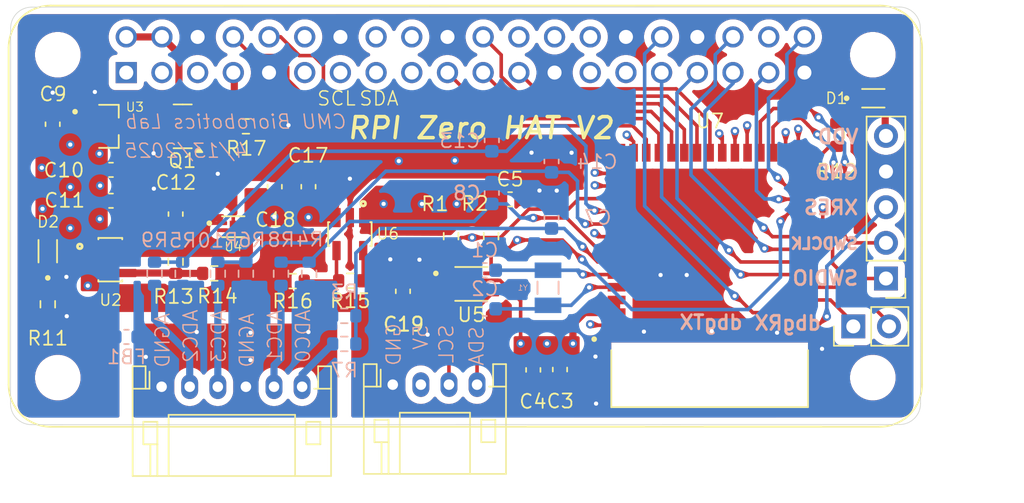
<source format=kicad_pcb>
(kicad_pcb (version 20241229) (generator "pcbnew") (generator_version "9.0")
  (layers (0 "F.Cu" signal) (4 "In1.Cu" power) (6 "In2.Cu" power) (8 "In3.Cu" signal) (10 "In4.Cu" signal) (2 "B.Cu" signal) (13 "F.Paste" user) (15 "B.Paste" user) (5 "F.SilkS" user "F.Silkscreen") (7 "B.SilkS" user "B.Silkscreen") (1 "F.Mask" user) (3 "B.Mask" user) (25 "Edge.Cuts" user))
  (net 0 "")
  (net 1 "GND")
  (net 2 "/SDA")
  (net 3 "/SCL")
  (net 4 "/ADC2_raw")
  (net 5 "/ADC3_raw")
  (net 6 "/ADC1_raw")
  (net 7 "/ADC0_raw")
  (net 8 "/ADC0")
  (net 9 "/ADC1")
  (net 10 "/ADC2")
  (net 11 "/ADC3")
  (net 12 "/SWDCLK")
  (net 13 "/LED1")
  (net 14 "/SWDIO")
  (net 15 "/usbtx")
  (net 16 "/usbrx")
  (net 17 "/GPIO12")
  (net 19 "/GPIO13")
  (net 21 "/GPIO14")
  (net 23 "/5V")
  (net 24 "/reset")
  (net 25 "GNDA")
  (net 26 "Net-(A1-5V[1])")
  (net 27 "/MCUTX")
  (net 28 "/MCURX")
  (net 29 "/VTAG")
  (net 30 "/VOUT")
  (net 31 "/1.8V")
  (net 32 "/SDA1.8")
  (net 33 "/SCL1.8")
  (net 34 "/5V_IN")
  (net 35 "Net-(U2-ADJ)")
  (net 36 "Net-(U6-ADJ)")
  (net 37 "Net-(U7-P0.1)")
  (net 38 "Net-(U7-P0.0)")
  (net 39 "Net-(D1-PadC)")
  (net 40 "Net-(D2-PadC)")
  (net 41 "/XRES")
  (net 42 "/GPIO22")
  (net 43 "/GPIO21")
  (net 44 "/GPIO20")
  (net 45 "/GPIO19")
  (net 46 "/GPIO18")
  (net 47 "/GPIO1")
  (net 48 "/GPIO17")
  (net 49 "/GPIO15")
  (net 50 "/GPIO16")
  (net 51 "/GPIO2")
  (net 52 "/GPIO4")
  (net 53 "/GPIO3")
  (net 54 "/GPIO5")
  (net 55 "/GPIO6")
  (net 56 "/GPIO8")
  (net 57 "/GPIO7")
  (net 58 "/GPIO11")
  (net 59 "/GPIO10")
  (net 60 "/GPIO9")
  (footprint "Connector_JST:JST_PH_S4B-PH-K_1x04_P2.00mm_Horizontal" (layer "F.Cu") (at 99.45 73.9)
    (property "Reference" "J5" (hide yes))
    (property "Value" "Conn_01x04_Pin")
  )
  (footprint "Resistor_SMD:R_0603_1608Metric" (layer "F.Cu") (at 131.05 56.1 -90)
    (property "Reference" "R12")
    (property "Value" "470 ohm")
  )
  (footprint "Package_TO_SOT_SMD:SOT-23" (layer "F.Cu") (at 84.5 55.5 180)
    (property "Reference" "Q1")
    (property "Value" "Si2337DS")
  )
  (footprint "Capacitor_SMD:C_0603_1608Metric" (layer "F.Cu") (at 79.4 58.6)
    (property "Reference" "C10")
    (property "Value" "4.7uF")
  )
  (footprint "Resistor_SMD:R_0603_1608Metric" (layer "F.Cu") (at 74.9 68.175 -90)
    (property "Reference" "R11")
    (property "Value" "~")
  )
  (footprint "Capacitor_SMD:C_0603_1608Metric" (layer "F.Cu") (at 91.05 59.8 90)
    (property "Reference" "C18")
    (property "Value" "0.1uF")
  )
  (footprint "Resistor_SMD:R_0603_1608Metric" (layer "F.Cu") (at 92.3275 66.525 180)
    (property "Reference" "R16")
    (property "Value" "160K")
  )
  (footprint "Resistor_SMD:R_0603_1608Metric" (layer "F.Cu") (at 89 55.5 180)
    (property "Reference" "R17")
    (property "Value" "4.7K")
  )
  (footprint "Connector_PinHeader_2.54mm:PinHeader_1x02_P2.54mm_Vertical" (layer "F.Cu") (at 132.225 69.75 90)
    (property "Reference" "J2" (hide yes))
    (property "Value" "Conn_01x02_Pin")
  )
  (footprint "Resistor_SMD:R_0603_1608Metric" (layer "F.Cu") (at 84 65.15 -90)
    (property "Reference" "R13")
    (property "Value" "180K")
  )
  (footprint "Capacitor_SMD:C_0603_1608Metric" (layer "F.Cu") (at 75.25 55.35 90)
    (property "Reference" "C9")
    (property "Value" "0.1uF")
  )
  (footprint "Resistor_SMD:R_0603_1608Metric" (layer "F.Cu") (at 96.425 66.5 180)
    (property "Reference" "R15")
    (property "Value" "200K")
  )
  (footprint "Capacitor_SMD:C_0603_1608Metric" (layer "F.Cu") (at 100.1775 67.25 -90)
    (property "Reference" "C19")
    (property "Value" "4.7uF")
  )
  (footprint "SIP32408DNP-T1-GE4:SON50P120X160X60-5N" (layer "F.Cu") (at 88.1 62.65)
    (property "Reference" "U4")
    (property "Value" "SIP32408DNP-T1-GE4")
  )
  (footprint "Capacitor_SMD:C_0603_1608Metric" (layer "F.Cu") (at 84 61.75 90)
    (property "Reference" "C12")
    (property "Value" "4.7uF")
  )
  (footprint "AP7365-33WG-7:SOT95P285X145-5N" (layer "F.Cu") (at 96.3975 63.175 -90)
    (property "Reference" "U6")
    (property "Value" "AP7365-WG-7")
  )
  (footprint "LTST-C190CKT:LEDSC160X80X90-2N" (layer "F.Cu") (at 133.65 53.5)
    (property "Reference" "D1")
    (property "Value" "LTST-C190CKT")
  )
  (footprint "Connector_PinHeader_2.54mm:PinHeader_1x05_P2.54mm_Vertical" (layer "F.Cu") (at 134.55 66.34 180)
    (property "Reference" "J1" (hide yes))
    (property "Value" "Conn_01x05")
  )
  (footprint "AP7365-33WG-7:SOT95P285X145-5N" (layer "F.Cu") (at 79.347906 65)
    (property "Reference" "U2")
    (property "Value" "AP7365-WG-7")
  )
  (footprint "Resistor_SMD:R_0603_1608Metric" (layer "F.Cu") (at 106.45 63.325 90)
    (property "Reference" "R2")
    (property "Value" "4.7K")
  )
  (footprint "CYBLE-416045-02:XCVR_CYBLE-416045-02" (layer "F.Cu") (at 122 66.25 180)
    (property "Reference" "U7")
    (property "Value" "CYBLE-416045-02")
  )
  (footprint "Capacitor_SMD:C_0603_1608Metric" (layer "F.Cu") (at 109.45 72.85 -90)
    (property "Reference" "C4")
    (property "Value" "0.1u")
  )
  (footprint "RASPBERRYPI-ZERO:RASPBERRYPI-ZERO_RPI-ZERO_1" (layer "F.Cu") (at 104.615 50.4)
    (property "Reference" "A1" (hide yes))
    (property "Value" "RASPBERRYPI-ZERO")
  )
  (footprint "TXS0102DCUR:SOP50P310X90-8N" (layer "F.Cu") (at 105.0425 66.725)
    (property "Reference" "U5")
    (property "Value" "TXS0102DCUR")
  )
  (footprint "Capacitor_SMD:C_0603_1608Metric" (layer "F.Cu") (at 93.45 59.8 90)
    (property "Reference" "C17")
    (property "Value" "4.7uF")
  )
  (footprint "AP2331SA-7:SOT91P240X120-3N" (layer "F.Cu") (at 79.25 55.5)
    (property "Reference" "U3")
    (property "Value" "AP2331SA-7")
  )
  (footprint "Capacitor_SMD:C_0603_1608Metric" (layer "F.Cu") (at 79.4 60.8)
    (property "Reference" "C11")
    (property "Value" "0.1uF")
  )
  (footprint "Capacitor_SMD:C_0603_1608Metric" (layer "F.Cu") (at 107.8 60.7)
    (property "Reference" "C5")
    (property "Value" "10u")
  )
  (footprint "Connector_JST:JST_PH_S6B-PH-K_1x06_P2.00mm_Horizontal" (layer "F.Cu") (at 83 74.05)
    (property "Reference" "J7" (hide yes))
    (property "Value" "Conn_01x06_Pin")
  )
  (footprint "Capacitor_SMD:C_0603_1608Metric" (layer "F.Cu") (at 111.35 72.825 -90)
    (property "Reference" "C3")
    (property "Value" "1.0u")
  )
  (footprint "Resistor_SMD:R_0603_1608Metric" (layer "F.Cu") (at 103.6 63.325 90)
    (property "Reference" "R1")
    (property "Value" "4.7K")
  )
  (footprint "LTST-C190CKT:LEDSC160X80X90-2N" (layer "F.Cu") (at 74.9 64.395 90)
    (property "Reference" "D2")
    (property "Value" "LTST-C190CKT")
  )
  (footprint "Resistor_SMD:R_0603_1608Metric" (layer "F.Cu") (at 86.75 65.975)
    (property "Reference" "R14")
    (property "Value" "57.6K")
  )
  (footprint "Resistor_SMD:R_0603_1608Metric" (layer "B.Cu") (at 87 66 -90)
    (property "Reference" "R10")
    (property "Value" "20K")
  )
  (footprint "ECS-.327-12.5-34B-TR:XTAL_ECS-.327-12.5-34B-TR" (layer "B.Cu") (at 110.5 67 -90)
    (property "Reference" "Y1")
    (property "Value" "ECS-.327-12.5-34B-TR")
  )
  (footprint "Resistor_SMD:R_0603_1608Metric" (layer "B.Cu") (at 84.5 66 90)
    (property "Reference" "R5")
    (property "Value" "10K")
  )
  (footprint "Capacitor_SMD:C_0603_1608Metric" (layer "B.Cu") (at 106.5 60.25 -90)
    (property "Reference" "C8")
    (property "Value" "0.1u")
  )
  (footprint "Resistor_SMD:R_0603_1608Metric" (layer "B.Cu") (at 89 66 90)
    (property "Reference" "R6")
    (property "Value" "10K")
  )
  (footprint "Resistor_SMD:R_0603_1608Metric" (layer "B.Cu") (at 91.5 66 -90)
    (property "Reference" "R8")
    (property "Value" "20K")
  )
  (footprint "Capacitor_SMD:C_0603_1608Metric" (layer "B.Cu") (at 110.75 58 -90)
    (property "Reference" "C14")
    (property "Value" "0.1u")
  )
  (footprint "Resistor_SMD:R_0603_1608Metric" (layer "B.Cu") (at 96 69)
    (property "Reference" "R3")
    (property "Value" "10K")
  )
  (footprint "Capacitor_SMD:C_0603_1608Metric" (layer "B.Cu") (at 106.5 56.5 -90)
    (property "Reference" "C13")
    (property "Value" "0.1u")
  )
  (footprint "Resistor_SMD:R_0603_1608Metric" (layer "B.Cu") (at 93.5 66 90)
    (property "Reference" "R4")
    (property "Value" "10K")
  )
  (footprint "Inductor_SMD:L_0603_1608Metric" (layer "B.Cu") (at 80.5 70.5)
    (property "Reference" "FB1")
    (property "Value" "FerriteBead")
  )
  (footprint "Capacitor_SMD:C_0603_1608Metric" (layer "B.Cu") (at 106 68.5 180)
    (property "Reference" "C2")
    (property "Value" "22pF")
  )
  (footprint "Capacitor_SMD:C_0603_1608Metric" (layer "B.Cu") (at 106 65.75 180)
    (property "Reference" "C1")
    (property "Value" "22pF")
  )
  (footprint "Resistor_SMD:R_0603_1608Metric" (layer "B.Cu") (at 82.5 66 -90)
    (property "Reference" "R9")
    (property "Value" "20K")
  )
  (footprint "Capacitor_SMD:C_0603_1608Metric" (layer "B.Cu") (at 110.75 62 -90)
    (property "Reference" "C7")
    (property "Value" "0.1u")
  )
  (footprint "Resistor_SMD:R_0603_1608Metric" (layer "B.Cu") (at 96 71 180)
    (property "Reference" "R7")
    (property "Value" "20K")
  )
  (gr_line (start 136.99 48.49) (end 137.01 75.25) (stroke (width 0.05)) (layer "Edge.Cuts"))
  (gr_arc (start 72.26 48.5) (mid 72.696411 47.446411) (end 73.75 47.01) (stroke (width 0.05)) (layer "Edge.Cuts"))
  (gr_line (start 73.75 47.01) (end 135.5 47) (stroke (width 0.05)) (layer "Edge.Cuts"))
  (gr_arc (start 137.01 75.25) (mid 136.573589 76.303589) (end 135.52 76.74) (stroke (width 0.05)) (layer "Edge.Cuts"))
  (gr_curve (pts (xy 137 74.5) (xy 137 74.5) (xy 137 74.5) (xy 137 74.5)) (stroke (width 0.05)) (layer "Edge.Cuts"))
  (gr_line (start 135.52 76.74) (end 73.74 76.75) (stroke (width 0.05)) (layer "Edge.Cuts"))
  (gr_line (start 72.25 75.26) (end 72.26 48.5) (stroke (width 0.05)) (layer "Edge.Cuts"))
  (gr_arc (start 73.74 76.75) (mid 72.686411 76.313589) (end 72.25 75.26) (stroke (width 0.05)) (layer "Edge.Cuts"))
  (gr_arc (start 135.5 47) (mid 136.553589 47.436411) (end 136.99 48.49) (stroke (width 0.05)) (layer "Edge.Cuts"))
  (gr_text "SDA" (at 97 54.1 0) (layer "F.SilkS") (effects (font (size 1 1) (thickness 0.1)) (justify left bottom)))
  (gr_text "SCL" (at 94 54.1 0) (layer "F.SilkS") (effects (font (size 1 1) (thickness 0.1)) (justify left bottom)))
  (gr_text "RPI Zero HAT V2" (at 96.1 56.5 0) (layer "F.SilkS") (effects (font (size 1.5 1.5) (thickness 0.25) (bold yes) (italic yes)) (justify left bottom)))
  (gr_text "GND" (at 132.7 59.375 0) (layer "B.SilkS") (effects (font (size 1 1) (thickness 0.2) (bold yes)) (justify left bottom mirror)))
  (gr_text "4/13/2025" (at 89.225 57.825 0) (layer "B.SilkS") (effects (font (size 1 1) (thickness 0.1) (italic yes)) (justify left bottom mirror)))
  (gr_text "CMU Biorobotics Lab" (at 96.275 55.75 -0) (layer "B.SilkS") (effects (font (size 1 1) (thickness 0.1) (italic yes)) (justify left bottom mirror)))
  (gr_text "AGND" (at 83.65 68.725 90) (layer "B.SilkS") (effects (font (size 1 1) (thickness 0.1)) (justify left bottom mirror)))
  (gr_text "XRES" (at 132.675 61.875 0) (layer "B.SilkS") (effects (font (size 1 1) (thickness 0.2) (bold yes)) (justify left bottom mirror)))
  (gr_text "SCL" (at 103.85 69.55 90) (layer "B.SilkS") (effects (font (size 1 1) (thickness 0.1)) (justify left bottom mirror)))
  (gr_text "dbgRX" (at 130.025 70.1 0) (layer "B.SilkS") (effects (font (size 1 1) (thickness 0.2) (bold yes)) (justify left bottom mirror)))
  (gr_text "GND" (at 100.1 69.45 90) (layer "B.SilkS") (effects (font (size 1 1) (thickness 0.1)) (justify left bottom mirror)))
  (gr_text "SWDIO" (at 132.675 66.9 0) (layer "B.SilkS") (effects (font (size 1 1) (thickness 0.2) (bold yes)) (justify left bottom mirror)))
  (gr_text "ADC1" (at 91.65 68.475 90) (layer "B.SilkS") (effects (font (size 1 1) (thickness 0.1)) (justify left bottom mirror)))
  (gr_text "SDA" (at 106 69.675 90) (layer "B.SilkS") (effects (font (size 1 1) (thickness 0.1)) (justify left bottom mirror)))
  (gr_text "ADC2" (at 85.65 68.475 90) (layer "B.SilkS") (effects (font (size 1 1) (thickness 0.1)) (justify left bottom mirror)))
  (gr_text "ADC0" (at 93.65 68.475 90) (layer "B.SilkS") (effects (font (size 1 1) (thickness 0.1)) (justify left bottom mirror)))
  (gr_text "VDD" (at 132.7 56.825 0) (layer "B.SilkS") (effects (font (size 1 1) (thickness 0.2) (bold yes)) (justify left bottom mirror)))
  (gr_text "dbgTX" (at 124.45 70.05 0) (layer "B.SilkS") (effects (font (size 1 1) (thickness 0.2) (bold yes)) (justify left bottom mirror)))
  (gr_text "SWDCLK" (at 132.65 64.325 0) (layer "B.SilkS") (effects (font (size 0.8 0.8) (thickness 0.2) (bold yes)) (justify left bottom mirror)))
  (gr_text "5V" (at 102.025 69.55 90) (layer "B.SilkS") (effects (font (size 1 1) (thickness 0.1)) (justify left bottom mirror)))
  (gr_text "ADC3" (at 87.65 68.475 90) (layer "B.SilkS") (effects (font (size 1 1) (thickness 0.1)) (justify left bottom mirror)))
  (gr_text "AGND" (at 89.65 68.725 90) (layer "B.SilkS") (effects (font (size 1 1) (thickness 0.1)) (justify left bottom mirror)))
  (segment (start 87.305 62.9) (end 87.85 62.9) (width 0.254) (layer "F.Cu") (net 1))
  (segment (start 103.6375 66.475) (end 101.95 66.475) (width 0.2) (layer "F.Cu") (net 1))
  (segment (start 88.1 62.65) (end 88.1 61.35) (width 0.254) (layer "F.Cu") (net 1))
  (segment (start 101.35 65.875) (end 101.35 65) (width 0.2) (layer "F.Cu") (net 1))
  (segment (start 101.95 66.475) (end 101.35 65.875) (width 0.2) (layer "F.Cu") (net 1))
  (segment (start 88.1 61.35) (end 88.1 60.82) (width 0.254) (layer "F.Cu") (net 1))
  (segment (start 87.85 62.9) (end 88.1 62.65) (width 0.254) (layer "F.Cu") (net 1))
  (via (at 75.25 53.1) (size 0.6) (drill 0.3) (layers "F.Cu" "B.Cu") (net 1))
  (via (at 99.275 64.975) (size 0.6) (drill 0.3) (layers "F.Cu" "B.Cu") (net 1))
  (via (at 122.15 70.09) (size 0.6) (drill 0.3) (layers "F.Cu" "B.Cu") (net 1))
  (via (at 112.175 57.38) (size 0.6) (drill 0.3) (layers "F.Cu" "B.Cu") (net 1))
  (via (at 103.87 57.93) (size 0.6) (drill 0.3) (layers "F.Cu" "B.Cu") (net 1))
  (via (at 109.325 57.375) (size 0.6) (drill 0.3) (layers "F.Cu" "B.Cu") (net 1))
  (via (at 101.93 70.34) (size 0.6) (drill 0.3) (layers "F.Cu" "B.Cu") (net 1))
  (via (at 113.92 75.25) (size 0.6) (drill 0.3) (layers "F.Cu" "B.Cu") (net 1))
  (via (at 82.45 59.94) (size 0.6) (drill 0.3) (layers "F.Cu" "B.Cu") (net 1))
  (via (at 99.88 57.97) (size 0.6) (drill 0.3) (layers "F.Cu" "B.Cu") (net 1))
  (via (at 111.12 60.08) (size 0.6) (drill 0.3) (layers "F.Cu" "B.Cu") (net 1))
  (via (at 118.51 66.09) (size 0.6) (drill 0.3) (layers "F.Cu" "B.Cu") (net 1))
  (via (at 78.25 53.05) (size 0.6) (drill 0.3) (layers "F.Cu" "B.Cu") (net 1))
  (via (at 113.875 71.9) (size 0.6) (drill 0.3) (layers "F.Cu" "B.Cu") (net 1))
  (via (at 130 71.35) (size 0.6) (drill 0.3) (layers "F.Cu" "B.Cu") (net 1))
  (via (at 117.325 70.125) (size 0.6) (drill 0.3) (layers "F.Cu" "B.Cu") (net 1))
  (via (at 120.37 66.09) (size 0.6) (drill 0.3) (layers "F.Cu" "B.Cu") (net 1))
  (via (at 109.89 60.074) (size 0.6) (drill 0.3) (layers "F.Cu" "B.Cu") (net 1))
  (via (at 76.25 69.025) (size 0.6) (drill 0.3) (layers "F.Cu" "B.Cu") (net 1))
  (via (at 101.35 65) (size 0.6) (drill 0.3) (layers "F.Cu" "B.Cu") (net 1))
  (via (at 126.8 70.2) (size 0.6) (drill 0.3) (layers "F.Cu" "B.Cu") (net 1))
  (via (at 87 58.88) (size 0.6) (drill 0.3) (layers "F.Cu" "B.Cu") (net 1))
  (via (at 92.03 55.42) (size 0.6) (drill 0.3) (layers "F.Cu" "B.Cu") (net 1))
  (via (at 96.4 59.23) (size 0.6) (drill 0.3) (layers "F.Cu" "B.Cu") (net 1))
  (via (at 82.43 57.42) (size 0.6) (drill 0.3) (layers "F.Cu" "B.Cu") (net 1))
  (via (at 76.225 66.225) (size 0.6) (drill 0.3) (layers "F.Cu" "B.Cu") (net 1))
  (segment (start 107.75 64.15) (end 106.45 64.15) (width 0.254) (layer "F.Cu") (net 2))
  (segment (start 127.76 61.55) (end 128.62 61.55) (width 0.254) (layer "F.Cu") (net 2))
  (segment (start 108.3 63.6) (end 111.525 63.6) (width 0.254) (layer "F.Cu") (net 2))
  (segment (start 108.3 63.6) (end 107.75 64.15) (width 0.254) (layer "F.Cu") (net 2))
  (segment (start 106.45 64.15) (end 106.45 65.9725) (width 0.254) (layer "F.Cu") (net 2))
  (segment (start 106.45 65.9725) (end 106.4475 65.975) (width 0.254) (layer "F.Cu") (net 2))
  (segment (start 111.525 63.6) (end 112.9125 64.9875) (width 0.254) (layer "F.Cu") (net 2))
  (segment (start 127.04 62.27) (end 127.76 61.55) (width 0.254) (layer "F.Cu") (net 2))
  (via (at 127.04 62.27) (size 0.6) (drill 0.3) (layers "F.Cu" "B.Cu") (net 2))
  (via (at 112.9125 64.9875) (size 0.6) (drill 0.3) (layers "F.Cu" "B.Cu") (net 2))
  (via (at 108.3 63.6) (size 0.6) (drill 0.3) (layers "F.Cu" "B.Cu") (net 2))
  (segment (start 124.73 68.55) (end 116.475 68.55) (width 0.254) (layer "B.Cu") (net 2))
  (segment (start 127.04 66.24) (end 124.73 68.55) (width 0.254) (layer "B.Cu") (net 2))
  (segment (start 116.475 68.55) (end 112.9125 64.9875) (width 0.254) (layer "B.Cu") (net 2))
  (segment (start 127.04 62.27) (end 127.04 66.24) (width 0.254) (layer "B.Cu") (net 2))
  (segment (start 105.1 63.422) (end 104.328 63.422) (width 0.254) (layer "F.Cu") (net 3))
  (segment (start 104.328 63.422) (end 103.6 64.15) (width 0.254) (layer "F.Cu") (net 3))
  (segment (start 112.7 60.65) (end 115.38 60.65) (width 0.254) (layer "F.Cu") (net 3))
  (segment (start 109.141294 61.397) (end 111.953 61.397) (width 0.254) (layer "F.Cu") (net 3))
  (segment (start 105.1 63.422) (end 105.2 63.422) (width 0.254) (layer "F.Cu") (net 3))
  (segment (start 105.1 63.422) (end 107.116294 63.422) (width 0.254) (layer "F.Cu") (net 3))
  (segment (start 103.6 64.15) (end 103.6 65.2) (width 0.254) (layer "F.Cu") (net 3))
  (segment (start 111.953 61.397) (end 112.7 60.65) (width 0.254) (layer "F.Cu") (net 3))
  (segment (start 107.116294 63.422) (end 109.141294 61.397) (width 0.254) (layer "F.Cu") (net 3))
  (segment (start 103.6 65.2) (end 103.6 65.9375) (width 0.254) (layer "F.Cu") (net 3))
  (segment (start 103.6 65.9375) (end 103.6375 65.975) (width 0.254) (layer "F.Cu") (net 3))
  (via (at 105.1 63.422) (size 0.6) (drill 0.3) (layers "F.Cu" "B.Cu") (net 3))
  (segment (start 82.5 69.25) (end 82.5 66.825) (width 0.508) (layer "B.Cu") (net 4))
  (segment (start 85 71.75) (end 82.5 69.25) (width 0.508) (layer "B.Cu") (net 4))
  (segment (start 85 74.05) (end 85 71.75) (width 0.508) (layer "B.Cu") (net 4))
  (segment (start 87 74.05) (end 87 66.825) (width 0.508) (layer "B.Cu") (net 5))
  (segment (start 91 72.525) (end 91.5 72.025) (width 0.508) (layer "B.Cu") (net 6))
  (segment (start 91 74.05) (end 91 72.525) (width 0.508) (layer "B.Cu") (net 6))
  (segment (start 91.5 72.025) (end 91.5 66.825) (width 0.508) (layer "B.Cu") (net 6))
  (segment (start 93 73.175) (end 95.175 71) (width 0.508) (layer "B.Cu") (net 7))
  (segment (start 93 74.05) (end 93 73.175) (width 0.508) (layer "B.Cu") (net 7))
  (segment (start 112.95 64.075) (end 114.035 65.16) (width 0.254) (layer "F.Cu") (net 8))
  (segment (start 114.035 65.16) (end 115.38 65.16) (width 0.254) (layer "F.Cu") (net 8))
  (via (at 112.95 64.075) (size 0.6) (drill 0.3) (layers "F.Cu" "B.Cu") (net 8))
  (segment (start 111.65 62.775) (end 110.75 62.775) (width 0.254) (layer "B.Cu") (net 8))
  (segment (start 96.825 69) (end 96.825 71) (width 0.254) (layer "B.Cu") (net 8))
  (segment (start 98.575 62.775) (end 96.825 64.525) (width 0.254) (layer "B.Cu") (net 8))
  (segment (start 96.825 64.525) (end 96.825 69) (width 0.254) (layer "B.Cu") (net 8))
  (segment (start 110.75 62.775) (end 98.575 62.775) (width 0.254) (layer "B.Cu") (net 8))
  (segment (start 112.95 64.075) (end 111.65 62.775) (width 0.254) (layer "B.Cu") (net 8))
  (segment (start 109.45 62.025) (end 111.825 62.025) (width 0.254) (layer "F.Cu") (net 9))
  (segment (start 114.06 64.26) (end 115.38 64.26) (width 0.254) (layer "F.Cu") (net 9))
  (segment (start 111.825 62.025) (end 114.06 64.26) (width 0.254) (layer "F.Cu") (net 9))
  (via (at 109.45 62.025) (size 0.6) (drill 0.3) (layers "F.Cu" "B.Cu") (net 9))
  (segment (start 91.5 65.175) (end 93.5 65.175) (width 0.254) (layer "B.Cu") (net 9))
  (segment (start 96.4 62.275) (end 93.5 65.175) (width 0.254) (layer "B.Cu") (net 9))
  (segment (start 105.25 62.275) (end 96.4 62.275) (width 0.254) (layer "B.Cu") (net 9))
  (segment (start 109.45 62.025) (end 108.55 62.025) (width 0.254) (layer "B.Cu") (net 9))
  (segment (start 108.55 62.025) (end 107.55 61.025) (width 0.254) (layer "B.Cu") (net 9))
  (segment (start 107.55 61.025) (end 106.5 61.025) (width 0.254) (layer "B.Cu") (net 9))
  (segment (start 106.5 61.025) (end 105.25 62.275) (width 0.254) (layer "B.Cu") (net 9))
  (segment (start 113.75 61.55) (end 115.38 61.55) (width 0.254) (layer "F.Cu") (net 10))
  (via (at 113.8 61.5) (size 0.6) (drill 0.3) (layers "F.Cu" "B.Cu") (net 10))
  (segment (start 92.4 57.275) (end 84.5 65.175) (width 0.254) (layer "B.Cu") (net 10))
  (segment (start 107.55 57.275) (end 106.5 57.275) (width 0.254) (layer "B.Cu") (net 10))
  (segment (start 82.5 65.175) (end 84.5 65.175) (width 0.254) (layer "B.Cu") (net 10))
  (segment (start 109.35 55.475) (end 107.55 57.275) (width 0.254) (layer "B.Cu") (net 10))
  (segment (start 113.75 61.55) (end 113.2 61) (width 0.254) (layer "B.Cu") (net 10))
  (segment (start 106.5 57.275) (end 92.4 57.275) (width 0.254) (layer "B.Cu") (net 10))
  (segment (start 111.775 55.475) (end 109.35 55.475) (width 0.254) (layer "B.Cu") (net 10))
  (segment (start 113.2 61) (end 113.2 56.9) (width 0.254) (layer "B.Cu") (net 10))
  (segment (start 113.2 56.9) (end 111.775 55.475) (width 0.254) (layer "B.Cu") (net 10))
  (segment (start 113.143356 62.456644) (end 113.656644 62.456644) (width 0.254) (layer "F.Cu") (net 11))
  (segment (start 113.66 62.46) (end 115.38 62.46) (width 0.254) (layer "F.Cu") (net 11))
  (segment (start 113.656644 62.456644) (end 113.66 62.46) (width 0.254) (layer "F.Cu") (net 11))
  (via (at 113.143356 62.456644) (size 0.6) (drill 0.3) (layers "F.Cu" "B.Cu") (net 11))
  (segment (start 111.975 58.775) (end 110.75 58.775) (width 0.254) (layer "B.Cu") (net 11))
  (segment (start 90.375 63.8) (end 89 65.175) (width 0.254) (layer "B.Cu") (net 11))
  (segment (start 87 65.175) (end 89 65.175) (width 0.254) (layer "B.Cu") (net 11))
  (segment (start 110.75 58.775) (end 110.672 58.697) (width 0.254) (layer "B.Cu") (net 11))
  (segment (start 112.6 62) (end 112.6 59.4) (width 0.254) (layer "B.Cu") (net 11))
  (segment (start 113.056644 62.456644) (end 112.6 62) (width 0.254) (layer "B.Cu") (net 11))
  (segment (start 98.953 58.697) (end 93.85 63.8) (width 0.254) (layer "B.Cu") (net 11))
  (segment (start 93.85 63.8) (end 90.375 63.8) (width 0.254) (layer "B.Cu") (net 11))
  (segment (start 113.143356 62.456644) (end 113.056644 62.456644) (width 0.254) (layer "B.Cu") (net 11))
  (segment (start 110.672 58.697) (end 98.953 58.697) (width 0.254) (layer "B.Cu") (net 11))
  (segment (start 112.6 59.4) (end 111.975 58.775) (width 0.254) (layer "B.Cu") (net 11))
  (segment (start 126.54 54.23) (end 125.61 55.16) (width 0.254) (layer "F.Cu") (net 12))
  (segment (start 129.11 54.23) (end 126.54 54.23) (width 0.254) (layer "F.Cu") (net 12))
  (segment (start 131.625 63.35) (end 132.075 63.8) (width 0.254) (layer "F.Cu") (net 12))
  (segment (start 131.625 58.05) (end 131.625 63.35) (width 0.254) (layer "F.Cu") (net 12))
  (segment (start 125.61 55.16) (end 125.61 57.38) (width 0.254) (layer "F.Cu") (net 12))
  (segment (start 132.075 63.8) (end 134.55 63.8) (width 0.254) (layer "F.Cu") (net 12))
  (segment (start 129.75 54.86) (end 129.74 54.86) (width 0.254) (layer "F.Cu") (net 12))
  (segment (start 129.74 54.86) (end 129.11 54.23) (width 0.254) (layer "F.Cu") (net 12))
  (via (at 129.75 54.86) (size 0.6) (drill 0.3) (layers "F.Cu" "B.Cu") (net 12))
  (via (at 131.625 58.05) (size 0.6) (drill 0.3) (layers "F.Cu" "B.Cu") (net 12))
  (segment (start 131.625 58.05) (end 131.6 58.025) (width 0.254) (layer "B.Cu") (net 12))
  (segment (start 131.6 56.69) (end 129.895 54.985) (width 0.254) (layer "B.Cu") (net 12))
  (segment (start 129.625 54.985) (end 129.75 54.86) (width 0.254) (layer "B.Cu") (net 12))
  (segment (start 131.6 58.025) (end 131.6 56.69) (width 0.254) (layer "B.Cu") (net 12))
  (segment (start 129.895 54.985) (end 129.625 54.985) (width 0.254) (layer "B.Cu") (net 12))
  (segment (start 131.05 56.925) (end 130.545 56.925) (width 0.254) (layer "F.Cu") (net 13))
  (segment (start 130.545 56.925) (end 128.62 58.85) (width 0.254) (layer "F.Cu") (net 13))
  (segment (start 126.51 55.56) (end 126.51 57.38) (width 0.254) (layer "F.Cu") (net 14))
  (segment (start 129.656644 56.056644) (end 129.373 55.773) (width 0.254) (layer "F.Cu") (net 14))
  (segment (start 129.373 55.773) (end 129.364873 55.773) (width 0.254) (layer "F.Cu") (net 14))
  (segment (start 128.997 55.397) (end 128.53 54.93) (width 0.254) (layer "F.Cu") (net 14))
  (segment (start 130.820017 58.077265) (end 130.75 58.147282) (width 0.254) (layer "F.Cu") (net 14))
  (segment (start 129.364873 55.773) (end 128.997 55.405127) (width 0.254) (layer "F.Cu") (net 14))
  (segment (start 129.656644 56.073356) (end 129.656644 56.056644) (width 0.254) (layer "F.Cu") (net 14))
  (segment (start 127.14 54.93) (end 126.51 55.56) (width 0.254) (layer "F.Cu") (net 14))
  (segment (start 130.75 58.147282) (end 130.75 65.275) (width 0.254) (layer "F.Cu") (net 14))
  (segment (start 130.75 65.275) (end 131.815 66.34) (width 0.254) (layer "F.Cu") (net 14))
  (segment (start 128.997 55.405127) (end 128.997 55.397) (width 0.254) (layer "F.Cu") (net 14))
  (segment (start 128.53 54.93) (end 127.14 54.93) (width 0.254) (layer "F.Cu") (net 14))
  (segment (start 131.815 66.34) (end 134.55 66.34) (width 0.254) (layer "F.Cu") (net 14))
  (via (at 129.656644 56.073356) (size 0.6) (drill 0.3) (layers "F.Cu" "B.Cu") (net 14))
  (via (at 130.820017 58.077265) (size 0.6) (drill 0.3) (layers "F.Cu" "B.Cu") (net 14))
  (segment (start 129.656644 56.073356) (end 129.541724 56.073356) (width 0.254) (layer "B.Cu") (net 14))
  (segment (start 129.541724 56.073356) (end 129.485328 56.129752) (width 0.254) (layer "B.Cu") (net 14))
  (segment (start 130.85 57.27) (end 129.656644 56.076644) (width 0.254) (layer "B.Cu") (net 14))
  (segment (start 130.820017 58.077265) (end 130.820017 57.85498) (width 0.254) (layer "B.Cu") (net 14))
  (segment (start 129.656644 56.076644) (end 129.656644 56.073356) (width 0.254) (layer "B.Cu") (net 14))
  (segment (start 130.820017 57.85498) (end 130.85 57.824997) (width 0.254) (layer "B.Cu") (net 14))
  (segment (start 130.85 57.824997) (end 130.85 57.27) (width 0.254) (layer "B.Cu") (net 14))
  (segment (start 132.225 69.5) (end 132.225 69.75) (width 0.254) (layer "F.Cu") (net 15))
  (segment (start 130.595 67.87) (end 132.225 69.5) (width 0.254) (layer "F.Cu") (net 15))
  (segment (start 128.62 67.87) (end 130.595 67.87) (width 0.254) (layer "F.Cu") (net 15))
  (segment (start 134.765 69.5) (end 134.765 69.75) (width 0.254) (layer "F.Cu") (net 16))
  (segment (start 132.225 66.96) (end 134.765 69.5) (width 0.254) (layer "F.Cu") (net 16))
  (segment (start 128.62 66.96) (end 132.225 66.96) (width 0.254) (layer "F.Cu") (net 16))
  (segment (start 124.67 55.43) (end 124.67 57.35) (width 0.254) (layer "F.Cu") (net 17))
  (segment (start 124.67 57.35) (end 124.7 57.38) (width 0.254) (layer "F.Cu") (net 17))
  (via (at 124.67 55.43) (size 0.6) (drill 0.3) (layers "F.Cu" "B.Cu") (net 17))
  (segment (start 127.41 55.92) (end 127.41 57.38) (width 0.254) (layer "F.Cu") (net 19))
  (via (at 127.41 55.92) (size 0.6) (drill 0.3) (layers "F.Cu" "B.Cu") (net 19))
  (segment (start 128.308288 56.208127) (end 128.31 56.209839) (width 0.254) (layer "F.Cu") (net 21))
  (segment (start 128.31 56.209839) (end 128.31 57.38) (width 0.254) (layer "F.Cu") (net 21))
  (segment (start 128.308288 55.677) (end 128.308288 56.208127) (width 0.254) (layer "F.Cu") (net 21))
  (via (at 128.308288 55.677) (size 0.6) (drill 0.3) (layers "F.Cu" "B.Cu") (net 21))
  (via (at 78.625 59.725) (size 0.6) (drill 0.3) (layers "F.Cu" "B.Cu") (net 23))
  (via (at 78.575 57.45) (size 0.6) (drill 0.3) (layers "F.Cu" "B.Cu") (net 23))
  (via (at 74.475 58.45) (size 0.6) (drill 0.3) (layers "F.Cu" "B.Cu") (net 23))
  (via (at 76.5 59.825) (size 0.6) (drill 0.3) (layers "F.Cu" "B.Cu") (net 23))
  (via (at 77.75 66.85) (size 0.6) (drill 0.3) (layers "F.Cu" "B.Cu") (net 23))
  (via (at 76.5 56.8) (size 0.6) (drill 0.3) (layers "F.Cu" "B.Cu") (net 23))
  (via (at 78.6 62.1) (size 0.6) (drill 0.3) (layers "F.Cu" "B.Cu") (net 23))
  (via (at 74.525 61.375) (size 0.6) (drill 0.3) (layers "F.Cu" "B.Cu") (net 23))
  (via (at 76.5 62.75) (size 0.6) (drill 0.3) (layers "F.Cu" "B.Cu") (net 23))
  (segment (start 87.225 56.45) (end 88.175 55.5) (width 0.508) (layer "F.Cu") (net 24))
  (segment (start 88.175 55.5) (end 88.175 51.74) (width 0.508) (layer "F.Cu") (net 24))
  (segment (start 88.175 51.74) (end 88.105 51.67) (width 0.508) (layer "F.Cu") (net 24))
  (segment (start 85.4375 56.45) (end 87.225 56.45) (width 0.508) (layer "F.Cu") (net 24))
  (via (at 89.325 70.2) (size 0.6) (drill 0.3) (layers "F.Cu" "B.Cu") (net 25))
  (via (at 81.875 71.925) (size 0.6) (drill 0.3) (layers "F.Cu" "B.Cu") (net 25))
  (via (at 85.5 70.15) (size 0.6) (drill 0.3) (layers "F.Cu" "B.Cu") (net 25))
  (via (at 89.325 72.15) (size 0.6) (drill 0.3) (layers "F.Cu" "B.Cu") (net 25))
  (via (at 93.45 70.15) (size 0.6) (drill 0.3) (layers "F.Cu" "B.Cu") (net 25))
  (segment (start 84.234 50.339) (end 84.234 53.3465) (width 0.508) (layer "F.Cu") (net 26))
  (segment (start 83.025 49.13) (end 84.234 50.339) (width 0.508) (layer "F.Cu") (net 26))
  (segment (start 84.234 53.3465) (end 85.4375 54.55) (width 0.508) (layer "F.Cu") (net 26))
  (segment (start 80.485 49.13) (end 83.025 49.13) (width 0.508) (layer "F.Cu") (net 26))
  (segment (start 117.3 54.95) (end 118.39 56.04) (width 0.254) (layer "F.Cu") (net 27))
  (segment (start 92.806215 50.461) (end 93.807785 50.461) (width 0.254) (layer "F.Cu") (net 27))
  (segment (start 94.516 53.116) (end 96.35 54.95) (width 0.254) (layer "F.Cu") (net 27))
  (segment (start 93.807785 50.461) (end 94.516 51.169215) (width 0.254) (layer "F.Cu") (net 27))
  (segment (start 91.475215 49.13) (end 92.806215 50.461) (width 0.254) (layer "F.Cu") (net 27))
  (segment (start 90.645 49.13) (end 91.475215 49.13) (width 0.254) (layer "F.Cu") (net 27))
  (segment (start 96.35 54.95) (end 117.3 54.95) (width 0.254) (layer "F.Cu") (net 27))
  (segment (start 118.39 56.04) (end 118.39 57.38) (width 0.254) (layer "F.Cu") (net 27))
  (segment (start 94.516 51.169215) (end 94.516 53.116) (width 0.254) (layer "F.Cu") (net 27))
  (segment (start 91.145785 50.461) (end 91.976 51.291215) (width 0.254) (layer "F.Cu") (net 28))
  (segment (start 116.52 55.46) (end 117.49 56.43) (width 0.254) (layer "F.Cu") (net 28))
  (segment (start 91.976 52.170785) (end 95.265215 55.46) (width 0.254) (layer "F.Cu") (net 28))
  (segment (start 88.105 49.13) (end 89.436 50.461) (width 0.254) (layer "F.Cu") (net 28))
  (segment (start 95.265215 55.46) (end 116.52 55.46) (width 0.254) (layer "F.Cu") (net 28))
  (segment (start 89.436 50.461) (end 91.145785 50.461) (width 0.254) (layer "F.Cu") (net 28))
  (segment (start 91.976 51.291215) (end 91.976 52.170785) (width 0.254) (layer "F.Cu") (net 28))
  (segment (start 117.49 56.43) (end 117.49 57.38) (width 0.254) (layer "F.Cu") (net 28))
  (segment (start 113.105 68.77) (end 112.275 69.6) (width 0.508) (layer "F.Cu") (net 29))
  (segment (start 134.495 53.5) (end 134.495 56.125) (width 0.508) (layer "F.Cu") (net 29))
  (segment (start 108.55 70.975) (end 108.55 67.937474) (width 0.254) (layer "F.Cu") (net 29))
  (segment (start 112.275 69.6) (end 112.275 70.975) (width 0.508) (layer "F.Cu") (net 29))
  (segment (start 115.38 68.77) (end 113.105 68.77) (width 0.508) (layer "F.Cu") (net 29))
  (segment (start 107.087526 66.475) (end 106.4475 66.475) (width 0.254) (layer "F.Cu") (net 29))
  (segment (start 115.38 67.87) (end 115.38 68.77) (width 0.508) (layer "F.Cu") (net 29))
  (segment (start 89.3 62.4) (end 90.1 61.6) (width 0.254) (layer "F.Cu") (net 29))
  (segment (start 134.495 56.125) (end 134.55 56.18) (width 0.508) (layer "F.Cu") (net 29))
  (segment (start 88.895 62.4) (end 89.3 62.4) (width 0.254) (layer "F.Cu") (net 29))
  (segment (start 108.55 67.937474) (end 107.087526 66.475) (width 0.254) (layer "F.Cu") (net 29))
  (via (at 91.025 61.95) (size 0.6) (drill 0.3) (layers "F.Cu" "B.Cu") (net 29))
  (via (at 108.55 70.975) (size 0.6) (drill 0.3) (layers "F.Cu" "B.Cu") (net 29))
  (via (at 101.525 61.025) (size 0.6) (drill 0.3) (layers "F.Cu" "B.Cu") (net 29))
  (via (at 98.8 61.025) (size 0.6) (drill 0.3) (layers "F.Cu" "B.Cu") (net 29))
  (via (at 112.275 70.975) (size 0.6) (drill 0.3) (layers "F.Cu" "B.Cu") (net 29))
  (via (at 93.45 61.975) (size 0.6) (drill 0.3) (layers "F.Cu" "B.Cu") (net 29))
  (via (at 104 61.025) (size 0.6) (drill 0.3) (layers "F.Cu" "B.Cu") (net 29))
  (via (at 110.425 70.975) (size 0.6) (drill 0.3) (layers "F.Cu" "B.Cu") (net 29))
  (segment (start 87.305 62.4) (end 86.4 62.4) (width 0.254) (layer "F.Cu") (net 30))
  (segment (start 86.4 62.4) (end 85.71 62.4) (width 0.254) (layer "F.Cu") (net 30))
  (segment (start 88.895 62.9) (end 88.895 63.595) (width 0.254) (layer "F.Cu") (net 30))
  (segment (start 88.895 63.595) (end 88.89 63.6) (width 0.254) (layer "F.Cu") (net 30))
  (segment (start 88.89 63.6) (end 88.89 64.3) (width 0.254) (layer "F.Cu") (net 30))
  (segment (start 103.6375 66.975) (end 106.4475 66.975) (width 0.2) (layer "F.Cu") (net 31))
  (segment (start 100.1525 66.5) (end 100.1775 66.475) (width 0.254) (layer "F.Cu") (net 31))
  (segment (start 100.6775 66.975) (end 103.6375 66.975) (width 0.254) (layer "F.Cu") (net 31))
  (segment (start 97.25 66.5) (end 100.1525 66.5) (width 0.254) (layer "F.Cu") (net 31))
  (segment (start 97.3475 66.4025) (end 97.25 66.5) (width 0.254) (layer "F.Cu") (net 31))
  (segment (start 100.1775 66.475) (end 100.6775 66.975) (width 0.254) (layer "F.Cu") (net 31))
  (segment (start 97.3475 64.35) (end 97.3475 66.4025) (width 0.254) (layer "F.Cu") (net 31))
  (segment (start 105.45 68.4725) (end 105.45 73.9) (width 0.254) (layer "F.Cu") (net 32))
  (segment (start 106.4475 67.475) (end 105.45 68.4725) (width 0.254) (layer "F.Cu") (net 32))
  (segment (start 103.45 67.6625) (end 103.45 73.9) (width 0.254) (layer "F.Cu") (net 33))
  (segment (start 103.6375 67.475) (end 103.45 67.6625) (width 0.254) (layer "F.Cu") (net 33))
  (segment (start 83.5625 55.5) (end 80.275 55.5) (width 0.508) (layer "F.Cu") (net 34))
  (segment (start 83.975 65.95) (end 84 65.975) (width 0.508) (layer "F.Cu") (net 35))
  (segment (start 84 65.975) (end 85.925 65.975) (width 0.508) (layer "F.Cu") (net 35))
  (segment (start 80.522906 65.95) (end 83.975 65.95) (width 0.508) (layer "F.Cu") (net 35))
  (segment (start 95.575 66.525) (end 95.6 66.5) (width 0.254) (layer "F.Cu") (net 36))
  (segment (start 93.1525 66.525) (end 95.575 66.525) (width 0.254) (layer "F.Cu") (net 36))
  (segment (start 95.4475 64.35) (end 95.4475 66.3475) (width 0.254) (layer "F.Cu") (net 36))
  (segment (start 95.4475 66.3475) (end 95.6 66.5) (width 0.254) (layer "F.Cu") (net 36))
  (segment (start 112.985 66.06) (end 112.975 66.05) (width 0.254) (layer "F.Cu") (net 37))
  (segment (start 115.38 66.06) (end 112.985 66.06) (width 0.254) (layer "F.Cu") (net 37))
  (via (at 112.975 66.05) (size 0.6) (drill 0.3) (layers "F.Cu" "B.Cu") (net 37))
  (segment (start 106.775 65.75) (end 110.5 65.75) (width 0.254) (layer "B.Cu") (net 37))
  (segment (start 112.675 65.75) (end 110.5 65.75) (width 0.254) (layer "B.Cu") (net 37))
  (segment (start 112.975 66.05) (end 112.675 65.75) (width 0.254) (layer "B.Cu") (net 37))
  (segment (start 113.44 66.96) (end 115.38 66.96) (width 0.254) (layer "F.Cu") (net 38))
  (segment (start 113.425 66.975) (end 113.44 66.96) (width 0.254) (layer "F.Cu") (net 38))
  (via (at 113.425 66.975) (size 0.6) (drill 0.3) (layers "F.Cu" "B.Cu") (net 38))
  (segment (start 106.775 68.5) (end 110.25 68.5) (width 0.254) (layer "B.Cu") (net 38))
  (segment (start 113.425 66.975) (end 112.15 68.25) (width 0.254) (layer "B.Cu") (net 38))
  (segment (start 110.25 68.5) (end 110.5 68.25) (width 0.254) (layer "B.Cu") (net 38))
  (segment (start 112.15 68.25) (end 110.5 68.25) (width 0.254) (layer "B.Cu") (net 38))
  (segment (start 132.805 53.52) (end 131.05 55.275) (width 0.254) (layer "F.Cu") (net 39))
  (segment (start 132.805 53.5) (end 132.805 53.52) (width 0.254) (layer "F.Cu") (net 39))
  (segment (start 74.9 65.24) (end 74.9 67.35) (width 0.5) (layer "F.Cu") (net 40))
  (segment (start 130.34 69.06) (end 129.73 69.67) (width 0.254) (layer "F.Cu") (net 41))
  (segment (start 129.73 69.67) (end 128.62 69.67) (width 0.254) (layer "F.Cu") (net 41))
  (segment (start 130.34 69.05) (end 130.34 69.06) (width 0.254) (layer "F.Cu") (net 41))
  (via (at 130.34 69.05) (size 0.6) (drill 0.3) (layers "F.Cu" "B.Cu") (net 41))
  (segment (start 130.34 65.47) (end 134.55 61.26) (width 0.254) (layer "B.Cu") (net 41))
  (segment (start 130.34 69.05) (end 130.34 65.47) (width 0.254) (layer "B.Cu") (net 41))
  (segment (start 123.887 67.585) (end 125.072 68.77) (width 0.254) (layer "F.Cu") (net 42))
  (segment (start 125.072 68.77) (end 128.62 68.77) (width 0.254) (layer "F.Cu") (net 42))
  (segment (start 123.785 67.585) (end 123.887 67.585) (width 0.254) (layer "F.Cu") (net 42))
  (via (at 123.785 67.585) (size 0.6) (drill 0.3) (layers "F.Cu" "B.Cu") (net 42))
  (segment (start 123.785 67.585) (end 117.375 61.175) (width 0.254) (layer "B.Cu") (net 42))
  (segment (start 117.375 50.34) (end 118.585 49.13) (width 0.254) (layer "B.Cu") (net 42))
  (segment (start 117.375 61.175) (end 117.375 50.34) (width 0.254) (layer "B.Cu") (net 42))
  (segment (start 124.2 66.06) (end 128.62 66.06) (width 0.254) (layer "F.Cu") (net 43))
  (via (at 124.2 66.06) (size 0.6) (drill 0.3) (layers "F.Cu" "B.Cu") (net 43))
  (segment (start 124.11 66.06) (end 118.585 60.535) (width 0.254) (layer "B.Cu") (net 43))
  (segment (start 124.2 66.06) (end 124.11 66.06) (width 0.254) (layer "B.Cu") (net 43))
  (segment (start 118.585 60.535) (end 118.585 51.67) (width 0.254) (layer "B.Cu") (net 43))
  (segment (start 123.375 64.325) (end 124.21 65.16) (width 0.254) (layer "F.Cu") (net 44))
  (segment (start 124.21 65.16) (end 128.62 65.16) (width 0.254) (layer "F.Cu") (net 44))
  (via (at 123.375 64.325) (size 0.6) (drill 0.3) (layers "F.Cu" "B.Cu") (net 44))
  (segment (start 119.679302 53.115698) (end 121.125 51.67) (width 0.254) (layer "B.Cu") (net 44))
  (segment (start 119.679302 60.629302) (end 119.679302 53.115698) (width 0.254) (layer "B.Cu") (net 44))
  (segment (start 123.375 64.325) (end 119.679302 60.629302) (width 0.254) (layer "B.Cu") (net 44))
  (segment (start 128.62 64.26) (end 125.96 64.26) (width 0.254) (layer "F.Cu") (net 45))
  (segment (start 125.96 64.26) (end 125.9 64.2) (width 0.254) (layer "F.Cu") (net 45))
  (via (at 125.9 64.2) (size 0.6) (drill 0.3) (layers "F.Cu" "B.Cu") (net 45))
  (segment (start 122.4 50.395) (end 123.665 49.13) (width 0.254) (layer "B.Cu") (net 45))
  (segment (start 125.9 64.2) (end 120.675 58.975) (width 0.254) (layer "B.Cu") (net 45))
  (segment (start 122.4 52.55) (end 122.4 50.395) (width 0.254) (layer "B.Cu") (net 45))
  (segment (start 120.675 54.275) (end 122.4 52.55) (width 0.254) (layer "B.Cu") (net 45))
  (segment (start 120.675 58.975) (end 120.675 54.275) (width 0.254) (layer "B.Cu") (net 45))
  (segment (start 125.8415 62.7285) (end 126.473 63.36) (width 0.254) (layer "F.Cu") (net 46))
  (segment (start 126.473 63.36) (end 128.62 63.36) (width 0.254) (layer "F.Cu") (net 46))
  (via (at 125.8415 62.7285) (size 0.6) (drill 0.3) (layers "F.Cu" "B.Cu") (net 46))
  (segment (start 121.675 54.425) (end 123.665 52.435) (width 0.254) (layer "B.Cu") (net 46))
  (segment (start 125.8415 62.7285) (end 121.675 58.562) (width 0.254) (layer "B.Cu") (net 46))
  (segment (start 123.665 52.435) (end 123.665 51.67) (width 0.254) (layer "B.Cu") (net 46))
  (segment (start 121.675 58.562) (end 121.675 54.425) (width 0.254) (layer "B.Cu") (net 46))
  (segment (start 115.38 69.67) (end 113.57 69.67) (width 0.254) (layer "F.Cu") (net 47))
  (segment (start 113.57 69.67) (end 113.5 69.6) (width 0.254) (layer "F.Cu") (net 47))
  (via (at 113.5 69.6) (size 0.6) (drill 0.3) (layers "F.Cu" "B.Cu") (net 47))
  (segment (start 130.05 62.08) (end 130.05 61.275) (width 0.254) (layer "F.Cu") (net 48))
  (segment (start 129.67 62.46) (end 130.05 62.08) (width 0.254) (layer "F.Cu") (net 48))
  (segment (start 128.62 62.46) (end 129.67 62.46) (width 0.254) (layer "F.Cu") (net 48))
  (via (at 130.05 61.275) (size 0.6) (drill 0.3) (layers "F.Cu" "B.Cu") (net 48))
  (segment (start 126.848356 59.161644) (end 127.436712 59.75) (width 0.254) (layer "F.Cu") (net 49))
  (segment (start 127.436712 59.75) (end 128.62 59.75) (width 0.254) (layer "F.Cu") (net 49))
  (via (at 126.848356 59.161644) (size 0.6) (drill 0.3) (layers "F.Cu" "B.Cu") (net 49))
  (segment (start 126.19 53.5) (end 127.5 52.19) (width 0.254) (layer "B.Cu") (net 49))
  (segment (start 127.5 52.19) (end 127.5 50.375) (width 0.254) (layer "B.Cu") (net 49))
  (segment (start 127.5 50.375) (end 128.745 49.13) (width 0.254) (layer "B.Cu") (net 49))
  (segment (start 126.19 58.503288) (end 126.19 53.5) (width 0.254) (layer "B.Cu") (net 49))
  (segment (start 126.848356 59.161644) (end 126.19 58.503288) (width 0.254) (layer "B.Cu") (net 49))
  (segment (start 126.91 60.69) (end 128.58 60.69) (width 0.254) (layer "F.Cu") (net 50))
  (segment (start 128.58 60.69) (end 128.62 60.65) (width 0.254) (layer "F.Cu") (net 50))
  (via (at 126.91 60.69) (size 0.6) (drill 0.3) (layers "F.Cu" "B.Cu") (net 50))
  (segment (start 126.89 60.67) (end 125.92 60.67) (width 0.254) (layer "B.Cu") (net 50))
  (segment (start 125.92 60.67) (end 125.33 60.08) (width 0.254) (layer "B.Cu") (net 50))
  (segment (start 126.91 60.69) (end 126.89 60.67) (width 0.254) (layer "B.Cu") (net 50))
  (segment (start 125.33 52.545) (end 126.205 51.67) (width 0.254) (layer "B.Cu") (net 50))
  (segment (start 125.33 60.08) (end 125.33 52.545) (width 0.254) (layer "B.Cu") (net 50))
  (segment (start 115.38 63.36) (end 114.06 63.36) (width 0.254) (layer "F.Cu") (net 51))
  (segment (start 114.06 63.36) (end 113.8 63.1) (width 0.254) (layer "F.Cu") (net 51))
  (via (at 113.8 63.1) (size 0.6) (drill 0.3) (layers "F.Cu" "B.Cu") (net 51))
  (segment (start 113.85 58.85) (end 113.8 58.8) (width 0.254) (layer "F.Cu") (net 52))
  (segment (start 115.38 58.85) (end 113.85 58.85) (width 0.254) (layer "F.Cu") (net 52))
  (segment (start 113.8 58.8) (end 113.827 58.8) (width 0.254) (layer "F.Cu") (net 52))
  (via (at 113.827 58.8) (size 0.6) (drill 0.3) (layers "F.Cu" "B.Cu") (net 52))
  (segment (start 115.38 59.75) (end 113.877 59.75) (width 0.254) (layer "F.Cu") (net 53))
  (segment (start 113.877 59.75) (end 113.827 59.7) (width 0.254) (layer "F.Cu") (net 53))
  (via (at 113.827 59.7) (size 0.6) (drill 0.3) (layers "F.Cu" "B.Cu") (net 53))
  (segment (start 116.59 57.38) (end 116.59 56.59) (width 0.254) (layer "F.Cu") (net 54))
  (segment (start 116.59 56.59) (end 116.1 56.1) (width 0.254) (layer "F.Cu") (net 54))
  (via (at 116.1 56.1) (size 0.6) (drill 0.3) (layers "F.Cu" "B.Cu") (net 54))
  (segment (start 119.29 55.89) (end 117.84 54.44) (width 0.254) (layer "F.Cu") (net 55))
  (segment (start 117.84 54.44) (end 106.115 54.44) (width 0.254) (layer "F.Cu") (net 55))
  (segment (start 106.115 54.44) (end 103.345 51.67) (width 0.254) (layer "F.Cu") (net 55))
  (segment (start 119.29 57.38) (end 119.29 55.89) (width 0.254) (layer "F.Cu") (net 55))
  (segment (start 107.17 51.94518) (end 107.17 50.415) (width 0.254) (layer "F.Cu") (net 56))
  (segment (start 118.98 53.35) (end 108.57482 53.35) (width 0.254) (layer "F.Cu") (net 56))
  (segment (start 121.1 57.38) (end 121.1 55.47) (width 0.254) (layer "F.Cu") (net 56))
  (segment (start 121.1 55.47) (end 118.98 53.35) (width 0.254) (layer "F.Cu") (net 56))
  (segment (start 107.17 50.415) (end 105.885 49.13) (width 0.254) (layer "F.Cu") (net 56))
  (segment (start 108.57482 53.35) (end 107.17 51.94518) (width 0.254) (layer "F.Cu") (net 56))
  (segment (start 118.37 53.89) (end 108.105 53.89) (width 0.254) (layer "F.Cu") (net 57))
  (segment (start 120.2 57.38) (end 120.2 55.72) (width 0.254) (layer "F.Cu") (net 57))
  (segment (start 120.2 55.72) (end 118.37 53.89) (width 0.254) (layer "F.Cu") (net 57))
  (segment (start 108.105 53.89) (end 105.885 51.67) (width 0.254) (layer "F.Cu") (net 57))
  (segment (start 123.802328 57.377672) (end 123.8 57.38) (width 0.254) (layer "F.Cu") (net 58))
  (segment (start 123.802328 55.835085) (end 123.802328 57.377672) (width 0.254) (layer "F.Cu") (net 58))
  (via (at 123.802328 55.835085) (size 0.6) (drill 0.3) (layers "F.Cu" "B.Cu") (net 58))
  (segment (start 122.71 56.01) (end 122.9 56.2) (width 0.254) (layer "F.Cu") (net 59))
  (segment (start 122.68 56.01) (end 122.71 56.01) (width 0.254) (layer "F.Cu") (net 59))
  (segment (start 122.9 56.2) (end 122.9 57.38) (width 0.254) (layer "F.Cu") (net 59))
  (via (at 122.68 56.01) (size 0.6) (drill 0.3) (layers "F.Cu" "B.Cu") (net 59))
  (segment (start 119.62 52.83) (end 109.585 52.83) (width 0.254) (layer "F.Cu") (net 60))
  (segment (start 122.02 57.46) (end 122.02 55.23) (width 0.254) (layer "F.Cu") (net 60))
  (segment (start 109.585 52.83) (end 108.425 51.67) (width 0.254) (layer "F.Cu") (net 60))
  (segment (start 122.02 55.23) (end 119.62 52.83) (width 0.254) (layer "F.Cu") (net 60))
  (zone (net 30) (net_name "/VOUT") (layer "F.Cu") (priority 6) (connect_pads yes (clearance 0.5)) (min_thickness 0.25) (fill yes (thermal_gap 0.5) (thermal_bridge_width 0.5))
    (polygon (pts (xy 79.6 64.8) (xy 79.6 63) (xy 82.25 63) (xy 82.25 61.75) (xy 89.5 61.75) (xy 89.5 64.8) (xy 82.3 64.8)))
  )
  (zone (net 29) (net_name "/VTAG") (layer "F.Cu") (priority 8) (connect_pads yes (clearance 0.5)) (min_thickness 0.25) (fill yes (thermal_gap 0.5) (thermal_bridge_width 0.5) (island_removal_mode 1) (island_area_min 10))
    (polygon (pts (xy 88.9 59.9) (xy 94.65 59.9) (xy 95.25 60.45) (xy 95.8 60.95) (xy 95.8 62.65) (xy 88.9 62.65)))
  )
  (zone (net 29) (net_name "/VTAG") (layer "F.Cu") (priority 7) (connect_pads yes (clearance 0.5)) (min_thickness 0.25) (fill yes (thermal_gap 0.5) (thermal_bridge_width 0.5))
    (polygon (pts (xy 98.25 59.725) (xy 97.7 60.25) (xy 97.100697 60.85) (xy 97.100108 62.9) (xy 97.1 63.275223) (xy 98.599868 63.281502) (xy 107.5975 63.319166) (xy 107.5975 59.725)))
  )
  (zone (net 23) (net_name "/5V") (layer "F.Cu") (priority 5) (connect_pads yes (clearance 0.5)) (min_thickness 0.25) (fill yes (thermal_gap 0.5) (thermal_bridge_width 0.5))
    (polygon (pts (xy 74.025 55.475) (xy 79.1665 55.475) (xy 79.1665 64.25) (xy 74.025 64.25)))
  )
  (zone (net 25) (net_name "GNDA") (layer "F.Cu") (priority 3) (connect_pads yes (clearance 0.5)) (min_thickness 0.25) (fill yes (thermal_gap 0.5) (thermal_bridge_width 0.5))
    (polygon (pts (xy 81 69.55) (xy 95.5 69.55) (xy 95.5 77.5) (xy 81 77.5)))
  )
  (zone (net 1) (net_name "GND") (layer "F.Cu") (connect_pads yes (clearance 0.5)) (min_thickness 0.25) (fill yes (thermal_gap 0.5) (thermal_bridge_width 0.5))
    (polygon (pts (xy 137.5 77.5) (xy 96.5 77.5) (xy 96.5 68.725) (xy 80 68.725) (xy 80 77.5) (xy 71.5 77.5) (xy 71.5 46.5) (xy 137.5 46.5)))
    (polygon (pts (xy 109.25 64.9) (xy 109.25 69.1) (xy 111.75 69.1) (xy 111.75 64.9)))
  )
  (zone (net 23) (net_name "/5V") (layer "F.Cu") (priority 13) (connect_pads yes (clearance 0.5)) (min_thickness 0.25) (fill yes (thermal_gap 0.5) (thermal_bridge_width 0.5) (island_removal_mode 1) (island_area_min 10))
    (polygon (pts (xy 77.25 65.5) (xy 79.1 65.5) (xy 79.1 67.25) (xy 77.25 67.25)))
  )
  (zone (net 29) (net_name "/VTAG") (layer "F.Cu") (priority 11) (connect_pads yes (clearance 0.5)) (min_thickness 0.25) (fill yes (thermal_gap 0.5) (thermal_bridge_width 0.5) (island_removal_mode 1) (island_area_min 10))
    (polygon (pts (xy 112.75 72.775) (xy 108.05 72.775) (xy 108.05 70.45) (xy 112.75 70.45)))
  )
  (zone (net 0) (net_name "") (layers "F.Cu" "B.Cu" "In1.Cu" "In2.Cu" "In3.Cu" "In4.Cu") (connect_pads (clearance 0)) (min_thickness 0.25)
    (keepout (tracks not_allowed) (vias not_allowed) (pads not_allowed) (copperpour not_allowed) (footprints allowed))
    (fill (thermal_gap 0.5) (thermal_bridge_width 0.5))
    (polygon (pts (xy 115 70.9) (xy 129 70.9) (xy 129 75.5) (xy 115 75.5)))
  )
  (zone (net 0) (net_name "") (layers "F.Cu" "B.Cu" "In1.Cu" "In2.Cu" "In3.Cu" "In4.Cu") (connect_pads yes (clearance 0)) (min_thickness 0.25)
    (keepout (tracks not_allowed) (vias not_allowed) (pads not_allowed) (copperpour not_allowed) (footprints allowed))
    (fill (thermal_gap 0.5) (thermal_bridge_width 0.5))
    (polygon (pts (xy 109.25 64.9) (xy 109.25 69.1) (xy 111.75 69.1) (xy 111.75 64.9)))
  )
  (zone (net 1) (net_name "GND") (layer "B.Cu") (priority 1) (connect_pads yes (clearance 0.5)) (min_thickness 0.25) (fill yes (thermal_gap 0.5) (thermal_bridge_width 0.5))
    (polygon (pts (xy 71.5 46.5) (xy 137.5 46.5) (xy 137.5 77.5) (xy 96.5 77.5) (xy 96.5 65.5) (xy 80 65.5) (xy 80 77.5) (xy 71.5 77.5)))
  )
  (zone (net 0) (net_name "") (layer "B.Cu") (connect_pads yes (clearance 0)) (min_thickness 0.25)
    (keepout (tracks allowed) (vias not_allowed) (pads allowed) (copperpour not_allowed) (footprints allowed))
    (fill (thermal_gap 0.5) (thermal_bridge_width 0.5))
    (polygon (pts (xy 109.25 64.9) (xy 109.25 69.1) (xy 111.75 69.1) (xy 111.75 64.9)))
  )
  (zone (net 25) (net_name "GNDA") (layer "B.Cu") (priority 2) (connect_pads yes (clearance 0.5)) (min_thickness 0.25) (fill yes (thermal_gap 0.5) (thermal_bridge_width 0.5))
    (polygon (pts (xy 81 66.5) (xy 95.5 66.5) (xy 95.5 77.5) (xy 81 77.5)))
  )
)
</source>
